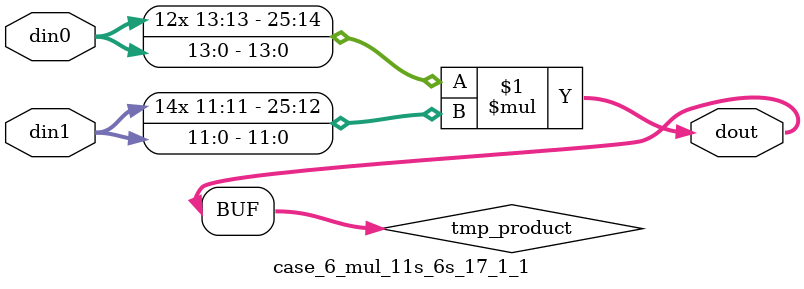
<source format=v>

`timescale 1 ns / 1 ps

 (* use_dsp = "no" *)  module case_6_mul_11s_6s_17_1_1(din0, din1, dout);
parameter ID = 1;
parameter NUM_STAGE = 0;
parameter din0_WIDTH = 14;
parameter din1_WIDTH = 12;
parameter dout_WIDTH = 26;

input [din0_WIDTH - 1 : 0] din0; 
input [din1_WIDTH - 1 : 0] din1; 
output [dout_WIDTH - 1 : 0] dout;

wire signed [dout_WIDTH - 1 : 0] tmp_product;



























assign tmp_product = $signed(din0) * $signed(din1);








assign dout = tmp_product;





















endmodule

</source>
